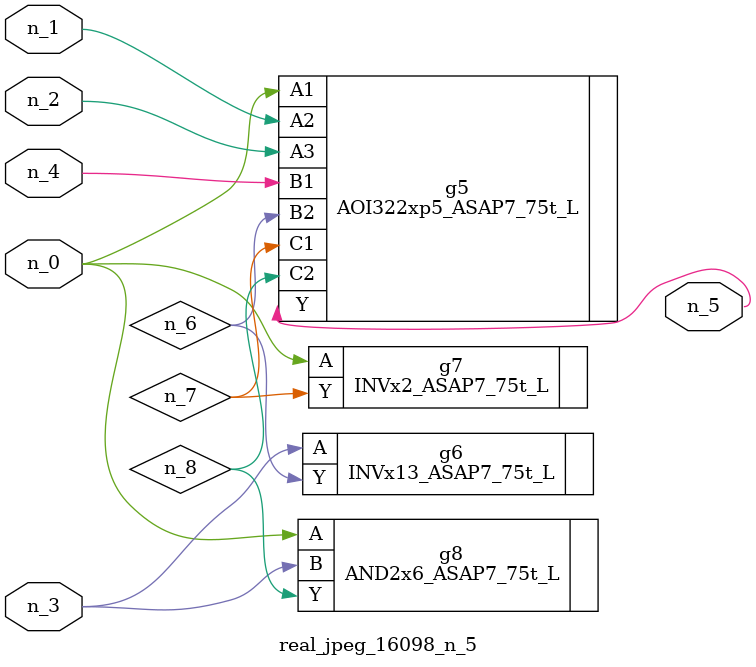
<source format=v>
module real_jpeg_16098_n_5 (n_4, n_0, n_1, n_2, n_3, n_5);

input n_4;
input n_0;
input n_1;
input n_2;
input n_3;

output n_5;

wire n_8;
wire n_6;
wire n_7;

AOI322xp5_ASAP7_75t_L g5 ( 
.A1(n_0),
.A2(n_1),
.A3(n_2),
.B1(n_4),
.B2(n_6),
.C1(n_7),
.C2(n_8),
.Y(n_5)
);

INVx2_ASAP7_75t_L g7 ( 
.A(n_0),
.Y(n_7)
);

AND2x6_ASAP7_75t_L g8 ( 
.A(n_0),
.B(n_3),
.Y(n_8)
);

INVx13_ASAP7_75t_L g6 ( 
.A(n_3),
.Y(n_6)
);


endmodule
</source>
